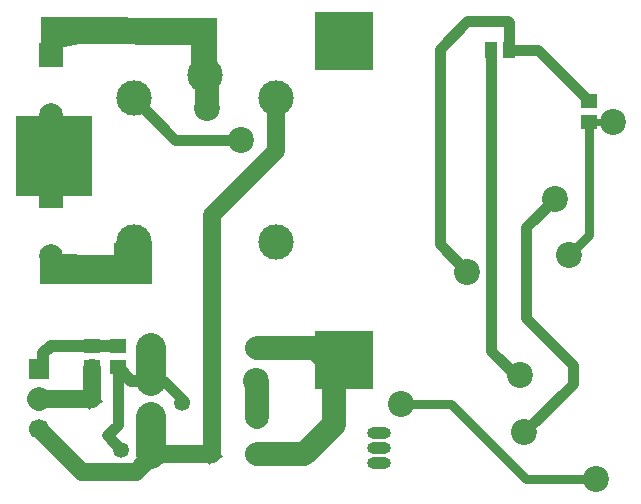
<source format=gbl>
%FSLAX44Y44*%
%MOMM*%
G71*
G01*
G75*
G04 Layer_Physical_Order=2*
G04 Layer_Color=16711680*
%ADD10O,0.3500X1.4000*%
%ADD11R,1.2000X1.4000*%
%ADD12R,0.8000X2.5000*%
%ADD13C,0.6000*%
%ADD14C,0.8000*%
%ADD15C,0.9000*%
%ADD16C,2.0000*%
%ADD17C,0.5000*%
%ADD18C,0.4000*%
%ADD19P,1.9092X4X285.0*%
%ADD20C,1.3500*%
%ADD21O,2.0000X1.0000*%
%ADD22O,2.0000X1.0000*%
%ADD23R,1.7000X1.7000*%
%ADD24C,1.7000*%
%ADD25C,2.2000*%
%ADD26R,5.0000X5.0000*%
%ADD27R,2.0000X2.0000*%
%ADD28C,2.0000*%
%ADD29C,3.0000*%
%ADD30R,1.4000X1.2000*%
%ADD31R,1.1000X1.4000*%
%ADD32C,1.5000*%
%ADD33C,1.0000*%
%ADD34C,2.5000*%
%ADD35R,6.5000X6.7500*%
%ADD36P,1.9092X4X345.0*%
G36*
X598424Y920936D02*
X502920Y920750D01*
Y946150D01*
X565924Y945936D01*
Y955936D01*
X598424D01*
Y920936D01*
D02*
G37*
G36*
X653424Y1145936D02*
X653424Y1145936D01*
X653424Y1145936D01*
Y1095936D01*
X640924D01*
X630924Y1105936D01*
Y1123462D01*
X535940Y1123950D01*
X504190Y1117600D01*
Y1146810D01*
X653424Y1145936D01*
D02*
G37*
D13*
X967740Y1057800D02*
X967850Y1057910D01*
X988060D01*
D14*
X950976Y945642D02*
X967740Y962406D01*
Y1057800D01*
X809244Y819150D02*
X851154D01*
X914400Y755904D01*
X974090D01*
D15*
X559809Y792734D02*
X572316Y780227D01*
X559809Y792734D02*
X568960Y801885D01*
Y850536D01*
X608591Y839216D02*
X625548Y822259D01*
X597154Y839216D02*
X608591D01*
X752094Y1121156D02*
Y1144524D01*
X924670Y1118870D02*
X967740Y1075800D01*
X900310Y1118870D02*
X924670D01*
X617992Y1043178D02*
X673354D01*
X582874Y1078296D02*
X617992Y1043178D01*
X841756Y954532D02*
X864870Y931418D01*
X841756Y954532D02*
Y1120140D01*
X865124Y1143508D01*
X899414D01*
X900310Y1142612D01*
Y1118870D02*
Y1142612D01*
X885310Y864496D02*
Y1118870D01*
Y864496D02*
X907796Y842010D01*
X914908Y969010D02*
X939038Y993140D01*
X914908Y892302D02*
Y969010D01*
Y892302D02*
X954532Y852678D01*
Y836422D02*
Y852678D01*
X913384Y795274D02*
X954532Y836422D01*
D16*
X502324Y823814D02*
X502609Y823529D01*
X687154Y808906D02*
X687324Y808736D01*
X736094Y867156D02*
X752094Y851156D01*
X687154Y867156D02*
X736094D01*
X644652Y1070356D02*
Y1096518D01*
X642874Y1098296D02*
X644652Y1096518D01*
X687324Y776986D02*
X727202D01*
X752094Y801878D01*
Y851156D01*
X687154Y808906D02*
Y839216D01*
D20*
X572316Y780227D02*
D03*
X623770Y820481D02*
D03*
D21*
X789940Y769366D02*
D03*
D22*
Y782066D02*
D03*
Y794766D02*
D03*
D23*
X502324Y849214D02*
D03*
D24*
Y823814D02*
D03*
Y798414D02*
D03*
D25*
X809244Y819150D02*
D03*
X973836Y755904D02*
D03*
X988060Y1057910D02*
D03*
X685800Y838454D02*
D03*
X644652Y1070356D02*
D03*
X673354Y1043178D02*
D03*
X950976Y945642D02*
D03*
X864870Y931418D02*
D03*
X909574Y843788D02*
D03*
X939038Y993140D02*
D03*
X913384Y795274D02*
D03*
D26*
X760730Y856490D02*
D03*
Y1126490D02*
D03*
D27*
X512572Y995426D02*
D03*
Y1114806D02*
D03*
D28*
Y944626D02*
D03*
X687154Y839216D02*
D03*
X597154D02*
D03*
X687154Y867156D02*
D03*
X597154D02*
D03*
X597324Y808736D02*
D03*
X687324D02*
D03*
X597324Y776986D02*
D03*
X687324D02*
D03*
X512572Y1064006D02*
D03*
D29*
X582874Y956296D02*
D03*
Y1078296D02*
D03*
X642874Y1098296D02*
D03*
X702874Y956296D02*
D03*
Y1078296D02*
D03*
D30*
X547624Y868536D02*
D03*
Y850536D02*
D03*
X568960Y868536D02*
D03*
Y850536D02*
D03*
X967740Y1075800D02*
D03*
Y1057800D02*
D03*
D31*
X900310Y1118870D02*
D03*
X885310D02*
D03*
D32*
X502609Y823529D02*
X547316D01*
Y850228D01*
X597324Y776986D02*
X648577D01*
X502324Y798414D02*
X538738Y762000D01*
X584200D01*
X597324Y775124D01*
Y776986D01*
X648770Y777179D02*
Y979732D01*
X702874Y1033836D01*
Y1078296D01*
X648577Y776986D02*
X648770Y777179D01*
D33*
X506134Y848706D02*
Y862166D01*
X512504Y868536D01*
X547624D01*
X568960D01*
X568960Y868536D01*
Y850536D02*
X580280Y839216D01*
X597154D01*
D34*
Y867156D01*
X597324Y776986D02*
Y808736D01*
D35*
X514870Y1029684D02*
D03*
D36*
X547316Y823529D02*
D03*
X648770Y777179D02*
D03*
M02*

</source>
